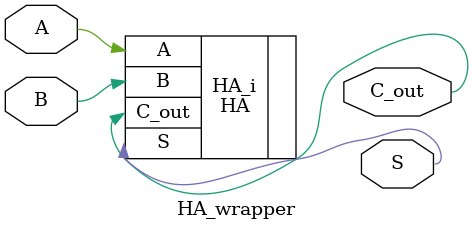
<source format=v>
`timescale 1 ps / 1 ps

module HA_wrapper
   (A,
    B,
    C_out,
    S);
  input [0:0]A;
  input [0:0]B;
  output [0:0]C_out;
  output [0:0]S;

  wire [0:0]A;
  wire [0:0]B;
  wire [0:0]C_out;
  wire [0:0]S;

  HA HA_i
       (.A(A),
        .B(B),
        .C_out(C_out),
        .S(S));
endmodule

</source>
